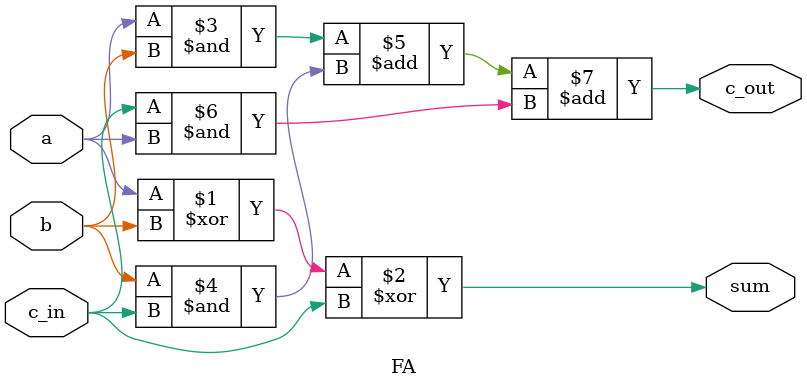
<source format=v>
module FA (
		input a,
		input b,
		input c_in,
	
		output sum,
		output c_out
	);
	
	//assign {c_out,sum}=a+b;
	
	assign sum = a^b^c_in;
	assign c_out = (a&b)+(b&c_in)+(c_in&a);
endmodule
</source>
